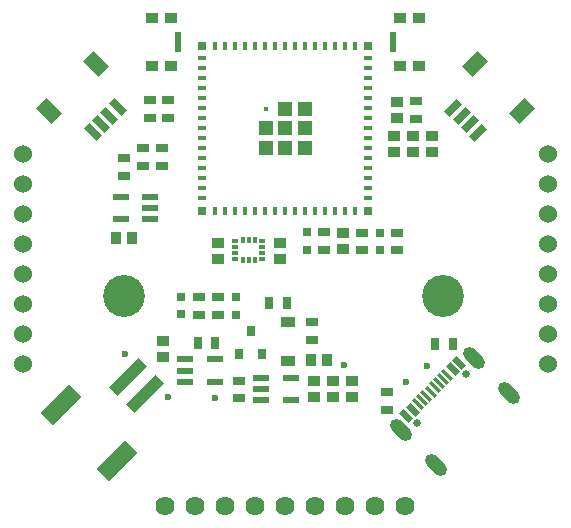
<source format=gbr>
%TF.GenerationSoftware,Altium Limited,Altium Designer,24.10.1 (45)*%
G04 Layer_Color=255*
%FSLAX45Y45*%
%MOMM*%
%TF.SameCoordinates,EEF0193C-C13F-4000-B0C4-A13F86DA6223*%
%TF.FilePolarity,Positive*%
%TF.FileFunction,Pads,Top*%
%TF.Part,Single*%
G01*
G75*
%TA.AperFunction,BGAPad,CuDef*%
%ADD10R,1.20000X1.20000*%
%TA.AperFunction,SMDPad,CuDef*%
%ADD11R,0.40000X0.40000*%
%TA.AperFunction,ConnectorPad*%
%ADD12R,0.40000X0.80000*%
%ADD13R,0.80000X0.40000*%
%TA.AperFunction,SMDPad,CuDef*%
%ADD14R,0.80000X0.80000*%
%ADD15R,0.80000X0.80000*%
%ADD16R,1.00000X0.80000*%
%ADD17R,0.55000X1.70000*%
%ADD18R,1.00000X0.90000*%
%ADD19C,0.60000*%
%ADD20R,1.40000X0.60000*%
G04:AMPARAMS|DCode=21|XSize=1mm|YSize=3.5mm|CornerRadius=0mm|HoleSize=0mm|Usage=FLASHONLY|Rotation=315.000|XOffset=0mm|YOffset=0mm|HoleType=Round|Shape=Rectangle|*
%AMROTATEDRECTD21*
4,1,4,-1.59099,-0.88388,0.88388,1.59099,1.59099,0.88388,-0.88388,-1.59099,-1.59099,-0.88388,0.0*
%
%ADD21ROTATEDRECTD21*%

G04:AMPARAMS|DCode=22|XSize=1.5mm|YSize=3.4mm|CornerRadius=0mm|HoleSize=0mm|Usage=FLASHONLY|Rotation=315.000|XOffset=0mm|YOffset=0mm|HoleType=Round|Shape=Rectangle|*
%AMROTATEDRECTD22*
4,1,4,-1.73241,-0.67175,0.67175,1.73241,1.73241,0.67175,-0.67175,-1.73241,-1.73241,-0.67175,0.0*
%
%ADD22ROTATEDRECTD22*%

G04:AMPARAMS|DCode=23|XSize=1.54991mm|YSize=0.59995mm|CornerRadius=0mm|HoleSize=0mm|Usage=FLASHONLY|Rotation=315.000|XOffset=0mm|YOffset=0mm|HoleType=Round|Shape=Rectangle|*
%AMROTATEDRECTD23*
4,1,4,-0.76009,0.33586,-0.33586,0.76009,0.76009,-0.33586,0.33586,-0.76009,-0.76009,0.33586,0.0*
%
%ADD23ROTATEDRECTD23*%

G04:AMPARAMS|DCode=24|XSize=1.8001mm|YSize=1.1999mm|CornerRadius=0mm|HoleSize=0mm|Usage=FLASHONLY|Rotation=315.000|XOffset=0mm|YOffset=0mm|HoleType=Round|Shape=Rectangle|*
%AMROTATEDRECTD24*
4,1,4,-1.06066,0.21220,-0.21220,1.06066,1.06066,-0.21220,0.21220,-1.06066,-1.06066,0.21220,0.0*
%
%ADD24ROTATEDRECTD24*%

%ADD25R,0.55000X0.35000*%
%ADD26R,0.35000X0.55000*%
%ADD27R,1.00000X0.90000*%
%ADD28R,0.90000X1.00000*%
%ADD29R,0.80000X1.00000*%
%ADD30R,1.22000X0.91000*%
%ADD31R,0.80000X0.90000*%
G04:AMPARAMS|DCode=32|XSize=0.57506mm|YSize=1.15011mm|CornerRadius=0mm|HoleSize=0mm|Usage=FLASHONLY|Rotation=45.000|XOffset=0mm|YOffset=0mm|HoleType=Round|Shape=Rectangle|*
%AMROTATEDRECTD32*
4,1,4,0.20331,-0.60994,-0.60994,0.20331,-0.20331,0.60994,0.60994,-0.20331,0.20331,-0.60994,0.0*
%
%ADD32ROTATEDRECTD32*%

G04:AMPARAMS|DCode=33|XSize=0.27508mm|YSize=1.15011mm|CornerRadius=0mm|HoleSize=0mm|Usage=FLASHONLY|Rotation=45.000|XOffset=0mm|YOffset=0mm|HoleType=Round|Shape=Rectangle|*
%AMROTATEDRECTD33*
4,1,4,0.30937,-0.50388,-0.50388,0.30937,-0.30937,0.50388,0.50388,-0.30937,0.30937,-0.50388,0.0*
%
%ADD33ROTATEDRECTD33*%

G04:AMPARAMS|DCode=34|XSize=1.8001mm|YSize=1.1999mm|CornerRadius=0mm|HoleSize=0mm|Usage=FLASHONLY|Rotation=225.000|XOffset=0mm|YOffset=0mm|HoleType=Round|Shape=Rectangle|*
%AMROTATEDRECTD34*
4,1,4,0.21220,1.06066,1.06066,0.21220,-0.21220,-1.06066,-1.06066,-0.21220,0.21220,1.06066,0.0*
%
%ADD34ROTATEDRECTD34*%

G04:AMPARAMS|DCode=35|XSize=1.54991mm|YSize=0.59995mm|CornerRadius=0mm|HoleSize=0mm|Usage=FLASHONLY|Rotation=225.000|XOffset=0mm|YOffset=0mm|HoleType=Round|Shape=Rectangle|*
%AMROTATEDRECTD35*
4,1,4,0.33586,0.76009,0.76009,0.33586,-0.33586,-0.76009,-0.76009,-0.33586,0.33586,0.76009,0.0*
%
%ADD35ROTATEDRECTD35*%

%TA.AperFunction,ComponentPad*%
%ADD40C,1.62001*%
%ADD41C,1.52400*%
%ADD42C,0.64999*%
G04:AMPARAMS|DCode=43|XSize=2.2159mm|YSize=1.10795mm|CornerRadius=0mm|HoleSize=0mm|Usage=FLASHONLY|Rotation=135.000|XOffset=0mm|YOffset=0mm|HoleType=Round|Shape=Round|*
%AMOVALD43*
21,1,1.10795,1.10795,0.00000,0.00000,135.0*
1,1,1.10795,0.39172,-0.39172*
1,1,1.10795,-0.39172,0.39172*
%
%ADD43OVALD43*%

%TA.AperFunction,ViaPad*%
%ADD44C,3.55000*%
D10*
X2247500Y3522500D02*
D03*
Y3357500D02*
D03*
X2412500D02*
D03*
X2577500D02*
D03*
Y3522500D02*
D03*
Y3687500D02*
D03*
X2412500D02*
D03*
Y3522500D02*
D03*
D11*
X2247500Y3687500D02*
D03*
D12*
X1817500Y4222500D02*
D03*
X1902500D02*
D03*
X1987500D02*
D03*
X2072500D02*
D03*
X2157500D02*
D03*
X2242500D02*
D03*
X2327500D02*
D03*
X2412500D02*
D03*
X2497500D02*
D03*
X2582500D02*
D03*
X2667500D02*
D03*
X2752500D02*
D03*
X2837500D02*
D03*
X2922500D02*
D03*
X3007500D02*
D03*
Y2822500D02*
D03*
X2922500D02*
D03*
X2837500D02*
D03*
X2752500D02*
D03*
X2667500D02*
D03*
X2582500D02*
D03*
X2497500D02*
D03*
X2412500D02*
D03*
X2327500D02*
D03*
X2242500D02*
D03*
X2157500D02*
D03*
X2072500D02*
D03*
X1987500D02*
D03*
X1902500D02*
D03*
X1817500D02*
D03*
D13*
X3112500Y4117500D02*
D03*
Y4032500D02*
D03*
Y3947500D02*
D03*
Y3862500D02*
D03*
Y3777500D02*
D03*
Y3692500D02*
D03*
Y3607500D02*
D03*
Y3522500D02*
D03*
Y3437500D02*
D03*
Y3352500D02*
D03*
Y3267500D02*
D03*
Y3182500D02*
D03*
Y3097500D02*
D03*
Y3012500D02*
D03*
Y2927500D02*
D03*
X1712500D02*
D03*
Y3012500D02*
D03*
Y3097500D02*
D03*
Y3182500D02*
D03*
Y3267500D02*
D03*
Y3352500D02*
D03*
Y3437500D02*
D03*
Y3522500D02*
D03*
Y3607500D02*
D03*
Y3692500D02*
D03*
Y3777500D02*
D03*
Y3862500D02*
D03*
Y3947500D02*
D03*
Y4032500D02*
D03*
Y4117500D02*
D03*
D14*
X3112500Y2822500D02*
D03*
Y4222500D02*
D03*
X1712500Y2822500D02*
D03*
Y4222500D02*
D03*
D15*
X1994992Y2095009D02*
D03*
X1994992Y1945008D02*
D03*
X1534992Y1947508D02*
D03*
Y2097508D02*
D03*
X3212508Y2637492D02*
D03*
Y2487492D02*
D03*
X2599992Y2490008D02*
D03*
Y2640008D02*
D03*
D16*
X1687500Y2095000D02*
D03*
Y1945000D02*
D03*
X1845000D02*
D03*
Y2095000D02*
D03*
X2020000Y1235000D02*
D03*
Y1385000D02*
D03*
X2640000Y1880000D02*
D03*
Y1730000D02*
D03*
X1267500Y3757500D02*
D03*
Y3607500D02*
D03*
X1425000Y3757500D02*
D03*
Y3607500D02*
D03*
X1052500Y3267500D02*
D03*
Y3117500D02*
D03*
X3060000Y2637500D02*
D03*
Y2487500D02*
D03*
X3362500Y2637500D02*
D03*
Y2487500D02*
D03*
X2740000Y2490000D02*
D03*
Y2640000D02*
D03*
X3520000Y3602500D02*
D03*
Y3752500D02*
D03*
X3272500Y1290000D02*
D03*
Y1140000D02*
D03*
X1210000Y3202500D02*
D03*
Y3352500D02*
D03*
X1367500Y3352500D02*
D03*
Y3202500D02*
D03*
D17*
X1505000Y4250000D02*
D03*
X3322500D02*
D03*
D18*
X1442500Y4045000D02*
D03*
X1282500D02*
D03*
Y4455000D02*
D03*
X1442500D02*
D03*
X3385000D02*
D03*
X3545000D02*
D03*
Y4045000D02*
D03*
X3385000D02*
D03*
D19*
X1420000Y1250000D02*
D03*
X3615000Y1510000D02*
D03*
X3432500Y1370000D02*
D03*
X1057500Y1612500D02*
D03*
X1820000Y1237500D02*
D03*
X2907500Y1520000D02*
D03*
D20*
X1567500Y1565000D02*
D03*
Y1470000D02*
D03*
Y1375000D02*
D03*
X1817500D02*
D03*
Y1565000D02*
D03*
X2462500Y1410000D02*
D03*
Y1220000D02*
D03*
X2212500D02*
D03*
Y1315000D02*
D03*
Y1410000D02*
D03*
X1272500Y2750000D02*
D03*
Y2845000D02*
D03*
Y2940000D02*
D03*
X1022500D02*
D03*
Y2750000D02*
D03*
D21*
X1085741Y1417163D02*
D03*
X1227163Y1275741D02*
D03*
D22*
X512985Y1176746D02*
D03*
X986746Y702985D02*
D03*
D23*
X854923Y3558355D02*
D03*
X925651Y3629084D02*
D03*
X996362Y3699794D02*
D03*
X784212Y3487645D02*
D03*
D24*
X812500Y4067500D02*
D03*
X416507Y3671506D02*
D03*
D25*
X1992500Y2567500D02*
D03*
Y2517500D02*
D03*
Y2467500D02*
D03*
Y2417500D02*
D03*
X2217500D02*
D03*
Y2467500D02*
D03*
Y2517500D02*
D03*
Y2567500D02*
D03*
D26*
X2055000Y2405000D02*
D03*
X2105000D02*
D03*
X2155000D02*
D03*
Y2580000D02*
D03*
X2105000D02*
D03*
X2055000D02*
D03*
D27*
X2655000Y1247500D02*
D03*
Y1382500D02*
D03*
X2975000Y1247500D02*
D03*
Y1382500D02*
D03*
X2815000Y1247500D02*
D03*
Y1382500D02*
D03*
X1382500Y1582500D02*
D03*
Y1717500D02*
D03*
X3652500Y3460000D02*
D03*
Y3325000D02*
D03*
X2902500Y2632500D02*
D03*
Y2497500D02*
D03*
X3362500Y3747500D02*
D03*
Y3612500D02*
D03*
X3492500Y3460000D02*
D03*
Y3325000D02*
D03*
X3332500Y3460000D02*
D03*
Y3325000D02*
D03*
X2370000Y2550000D02*
D03*
Y2415000D02*
D03*
X1842500Y2552500D02*
D03*
Y2417500D02*
D03*
D28*
X2770000Y1560000D02*
D03*
X2635000D02*
D03*
X1112500Y2592500D02*
D03*
X977500D02*
D03*
D29*
X1822500Y1702500D02*
D03*
X1672500D02*
D03*
X2427500Y2042500D02*
D03*
X2277500D02*
D03*
X3685000Y1697500D02*
D03*
X3835000D02*
D03*
D30*
X2437500Y1881000D02*
D03*
Y1554000D02*
D03*
D31*
X2025000Y1607500D02*
D03*
X2215000D02*
D03*
X2120000Y1807500D02*
D03*
D32*
X3888940Y1536440D02*
D03*
X3832382Y1479882D02*
D03*
X3492964Y1140464D02*
D03*
X3436407Y1083907D02*
D03*
D33*
X3786421Y1433921D02*
D03*
X3751057Y1398557D02*
D03*
X3715711Y1363211D02*
D03*
X3680346Y1327846D02*
D03*
X3645000Y1292500D02*
D03*
X3609636Y1257136D02*
D03*
X3574290Y1221790D02*
D03*
X3538925Y1186425D02*
D03*
D34*
X4021605Y4063712D02*
D03*
X4417599Y3667719D02*
D03*
D35*
X3837743Y3696007D02*
D03*
X4049893Y3483857D02*
D03*
X3979183Y3554568D02*
D03*
X3908454Y3625296D02*
D03*
D40*
X1396500Y325000D02*
D03*
X1650500D02*
D03*
X1904500D02*
D03*
X2158500D02*
D03*
X2412500D02*
D03*
X2666500D02*
D03*
X2920500D02*
D03*
X3174500D02*
D03*
X3428500D02*
D03*
D41*
X4640000Y3300500D02*
D03*
Y3046500D02*
D03*
Y2792500D02*
D03*
Y2538500D02*
D03*
Y2284500D02*
D03*
Y2030500D02*
D03*
Y1776500D02*
D03*
Y1522500D02*
D03*
X190000Y1522000D02*
D03*
Y1776000D02*
D03*
Y2030000D02*
D03*
Y2284000D02*
D03*
Y2538000D02*
D03*
Y2792000D02*
D03*
Y3046000D02*
D03*
Y3300000D02*
D03*
D42*
X3533335Y1029390D02*
D03*
X3941689Y1437744D02*
D03*
D43*
X3397863Y964038D02*
D03*
X4008808Y1574983D02*
D03*
X4304384Y1279407D02*
D03*
X3693440Y668462D02*
D03*
D44*
X3750000Y2100000D02*
D03*
X1050000D02*
D03*
%TF.MD5,668e7613e5970b827b3628231fbbca3f*%
M02*

</source>
